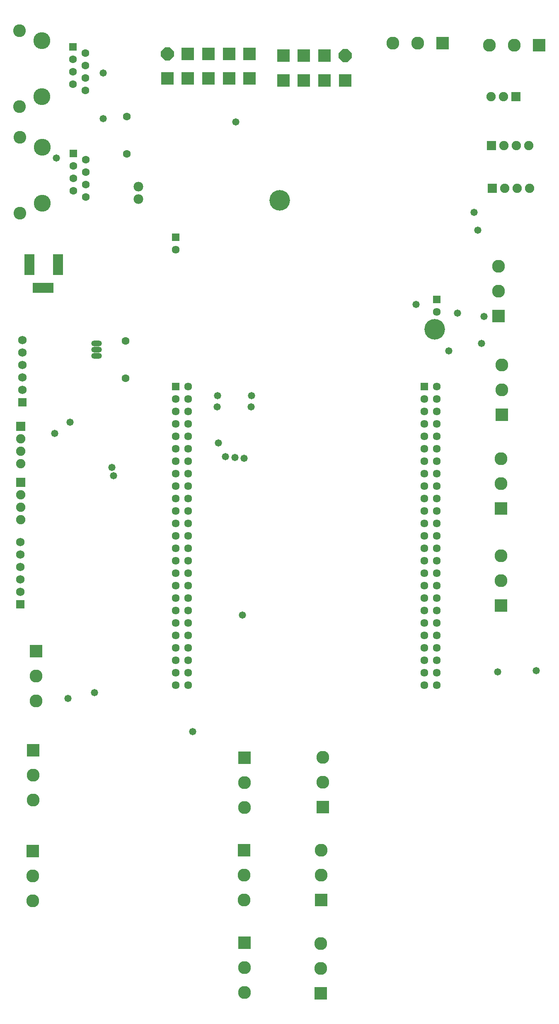
<source format=gbs>
G04*
G04 #@! TF.GenerationSoftware,Altium Limited,Altium Designer,19.1.8 (144)*
G04*
G04 Layer_Color=16711935*
%FSLAX25Y25*%
%MOIN*%
G70*
G01*
G75*
%ADD17R,0.10367X0.10367*%
%ADD18C,0.10367*%
%ADD19R,0.06343X0.06343*%
%ADD20C,0.06343*%
%ADD21C,0.06902*%
%ADD22R,0.06902X0.06902*%
%ADD23R,0.07493X0.07493*%
%ADD24C,0.07493*%
%ADD25R,0.07493X0.07493*%
%ADD26R,0.07887X0.16548*%
%ADD27R,0.16548X0.07887*%
%ADD28C,0.10249*%
%ADD29C,0.13595*%
%ADD30C,0.06312*%
%ADD31R,0.06312X0.06312*%
%ADD32R,0.10367X0.10367*%
%ADD33P,0.11221X8X202.5*%
%ADD34O,0.08674X0.04737*%
%ADD35O,0.08674X0.04737*%
%ADD36C,0.07800*%
%ADD37C,0.05800*%
%ADD38C,0.16548*%
D17*
X420472Y342284D02*
D03*
X44094Y226201D02*
D03*
X420866Y495669D02*
D03*
X214173Y71496D02*
D03*
X213779Y145591D02*
D03*
X214173Y220000D02*
D03*
X277165Y180394D02*
D03*
X275590Y105591D02*
D03*
X275197Y30866D02*
D03*
X43701Y145118D02*
D03*
X420472Y420551D02*
D03*
X418504Y575197D02*
D03*
X46457Y305906D02*
D03*
D18*
X420472Y362283D02*
D03*
Y382283D02*
D03*
X44094Y206201D02*
D03*
Y186201D02*
D03*
X420866Y515669D02*
D03*
Y535669D02*
D03*
X214173Y51496D02*
D03*
Y31496D02*
D03*
X213779Y125591D02*
D03*
Y105591D02*
D03*
X214173Y200000D02*
D03*
Y180000D02*
D03*
X277165Y200394D02*
D03*
Y220394D02*
D03*
X275590Y125591D02*
D03*
Y145591D02*
D03*
X275197Y50866D02*
D03*
Y70866D02*
D03*
X43701Y125118D02*
D03*
Y105118D02*
D03*
X431102Y792913D02*
D03*
X411102D02*
D03*
X353228Y794488D02*
D03*
X333228D02*
D03*
X420472Y440551D02*
D03*
Y460551D02*
D03*
X418504Y595197D02*
D03*
Y615197D02*
D03*
X46457Y285906D02*
D03*
Y265905D02*
D03*
D19*
X158702Y518347D02*
D03*
X358702D02*
D03*
X158702Y638346D02*
D03*
X368702Y588346D02*
D03*
D20*
X168702Y518347D02*
D03*
X158702Y508347D02*
D03*
X168702D02*
D03*
X158702Y498347D02*
D03*
X168702D02*
D03*
X158702Y488346D02*
D03*
X168702D02*
D03*
X158702Y478346D02*
D03*
X168702D02*
D03*
X158702Y468347D02*
D03*
X168702D02*
D03*
X158702Y458347D02*
D03*
X168702D02*
D03*
X158702Y448347D02*
D03*
X168702D02*
D03*
X158702Y438346D02*
D03*
X168702D02*
D03*
X158702Y428346D02*
D03*
X168702D02*
D03*
X158702Y418347D02*
D03*
X168702D02*
D03*
X158702Y408347D02*
D03*
X168702D02*
D03*
X158702Y398346D02*
D03*
X168702D02*
D03*
X158702Y388347D02*
D03*
X168702D02*
D03*
X158702Y378346D02*
D03*
X168702D02*
D03*
X158702Y368347D02*
D03*
X168702D02*
D03*
X158702Y358347D02*
D03*
X168702D02*
D03*
X158702Y348346D02*
D03*
X168702D02*
D03*
X158702Y338347D02*
D03*
X168702D02*
D03*
X158702Y328346D02*
D03*
X168702D02*
D03*
X158702Y318347D02*
D03*
X168702D02*
D03*
X158702Y308347D02*
D03*
X168702D02*
D03*
X158702Y298346D02*
D03*
X168702D02*
D03*
X158702Y288347D02*
D03*
X168702D02*
D03*
X158702Y278346D02*
D03*
X168702D02*
D03*
X368702Y518347D02*
D03*
X358702Y508347D02*
D03*
X368702D02*
D03*
X358702Y498347D02*
D03*
X368702D02*
D03*
X358702Y488346D02*
D03*
X368702D02*
D03*
X358702Y478346D02*
D03*
X368702D02*
D03*
X358702Y468347D02*
D03*
X368702D02*
D03*
X358702Y458347D02*
D03*
X368702D02*
D03*
X358702Y448347D02*
D03*
X368702D02*
D03*
X358702Y438346D02*
D03*
X368702D02*
D03*
X358702Y428346D02*
D03*
X368702D02*
D03*
X358702Y418347D02*
D03*
X368702D02*
D03*
X358702Y408347D02*
D03*
X368702D02*
D03*
X358702Y398346D02*
D03*
X368702D02*
D03*
X358702Y388347D02*
D03*
X368702D02*
D03*
X358702Y378346D02*
D03*
X368702D02*
D03*
X358702Y368347D02*
D03*
X368702D02*
D03*
X358702Y358347D02*
D03*
X368702D02*
D03*
X358702Y348346D02*
D03*
X368702D02*
D03*
X358702Y338347D02*
D03*
X368702D02*
D03*
X358702Y328346D02*
D03*
X368702D02*
D03*
X358702Y318347D02*
D03*
X368702D02*
D03*
X358702Y308347D02*
D03*
X368702D02*
D03*
X358702Y298346D02*
D03*
X368702D02*
D03*
X358702Y288347D02*
D03*
X368702D02*
D03*
X358702Y278346D02*
D03*
X368702D02*
D03*
X158702Y628346D02*
D03*
X368702Y578346D02*
D03*
D21*
X35433Y525906D02*
D03*
Y535906D02*
D03*
Y545905D02*
D03*
Y555905D02*
D03*
Y515906D02*
D03*
X33563Y363327D02*
D03*
Y373327D02*
D03*
Y383327D02*
D03*
Y393327D02*
D03*
Y353327D02*
D03*
D22*
X35433Y505905D02*
D03*
X33563Y343327D02*
D03*
D23*
X33858Y441378D02*
D03*
Y486414D02*
D03*
D24*
Y431378D02*
D03*
Y421378D02*
D03*
Y411378D02*
D03*
Y476414D02*
D03*
Y466414D02*
D03*
Y456414D02*
D03*
X422205Y751575D02*
D03*
X412205D02*
D03*
X422736Y712008D02*
D03*
X432736D02*
D03*
X442736D02*
D03*
X423425Y677854D02*
D03*
X433425D02*
D03*
X443425D02*
D03*
D25*
X432205Y751575D02*
D03*
X412736Y712008D02*
D03*
X413425Y677854D02*
D03*
D26*
X63976Y616535D02*
D03*
X41142D02*
D03*
D27*
X52165Y597638D02*
D03*
D28*
X33189Y804528D02*
D03*
Y743504D02*
D03*
X33465Y718898D02*
D03*
Y657874D02*
D03*
D29*
X51181Y796516D02*
D03*
Y751516D02*
D03*
X51457Y710886D02*
D03*
Y665886D02*
D03*
D30*
X76181Y771516D02*
D03*
X86181Y776516D02*
D03*
Y766516D02*
D03*
X76181Y781516D02*
D03*
Y761516D02*
D03*
X86181Y786516D02*
D03*
Y756516D02*
D03*
X76457Y685886D02*
D03*
X86457Y690886D02*
D03*
Y680886D02*
D03*
X76457Y695886D02*
D03*
Y675886D02*
D03*
X86457Y700886D02*
D03*
Y670886D02*
D03*
X118362Y555217D02*
D03*
Y525217D02*
D03*
X119291Y735472D02*
D03*
Y705472D02*
D03*
D31*
X76181Y791516D02*
D03*
X76457Y705886D02*
D03*
D32*
X451102Y792913D02*
D03*
X373228Y794488D02*
D03*
X294882Y764567D02*
D03*
X278346D02*
D03*
X261811D02*
D03*
X245276D02*
D03*
Y784252D02*
D03*
X261811D02*
D03*
X278346D02*
D03*
X168504Y785827D02*
D03*
X185039D02*
D03*
X201575D02*
D03*
X218110D02*
D03*
Y766142D02*
D03*
X201575D02*
D03*
X185039D02*
D03*
X168504D02*
D03*
X151969D02*
D03*
D33*
X294882Y784252D02*
D03*
X151969Y785827D02*
D03*
D34*
X94882Y543228D02*
D03*
Y548228D02*
D03*
D35*
Y553228D02*
D03*
D36*
X128740Y679016D02*
D03*
Y669016D02*
D03*
D37*
X207087Y731102D02*
D03*
X72047Y267717D02*
D03*
X62598Y701968D02*
D03*
X100394Y733858D02*
D03*
X378346Y547244D02*
D03*
X404724Y553150D02*
D03*
X417717Y288976D02*
D03*
X448819Y290158D02*
D03*
X93307Y272441D02*
D03*
X398819Y658268D02*
D03*
X351969Y584252D02*
D03*
X401575Y644095D02*
D03*
X385433Y577559D02*
D03*
X406693Y574803D02*
D03*
X192126Y501968D02*
D03*
X219291D02*
D03*
X192520Y511024D02*
D03*
X219685D02*
D03*
X213779Y460630D02*
D03*
X212205Y334646D02*
D03*
X206299Y461417D02*
D03*
X198819Y462205D02*
D03*
X192913Y473228D02*
D03*
X73622Y489764D02*
D03*
X61417Y480709D02*
D03*
X107480Y453543D02*
D03*
X108661Y446850D02*
D03*
X172441Y240945D02*
D03*
X100394Y770472D02*
D03*
D38*
X366929Y564567D02*
D03*
X242520Y668110D02*
D03*
M02*

</source>
